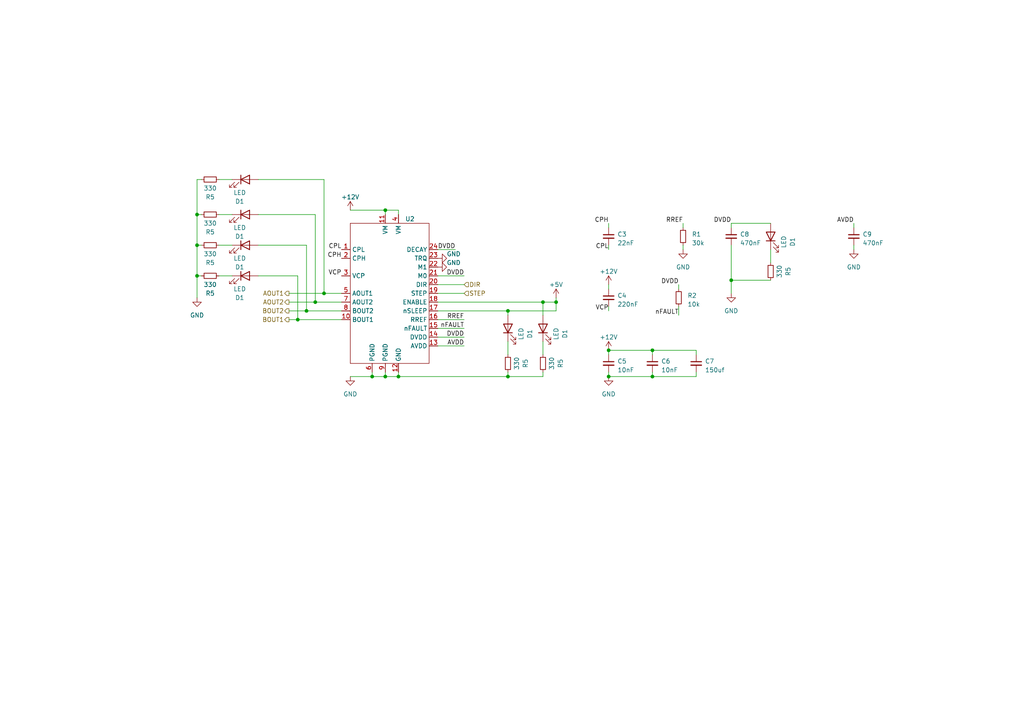
<source format=kicad_sch>
(kicad_sch (version 20230121) (generator eeschema)
  (paper "A4")
  (lib_symbols
    (symbol "Device:C_Small" (pin_numbers hide) (pin_names (offset 0.254) hide)
      (property "Reference" "C" (at 0.254 1.778 0))
      (property "Value" "C_Small" (at 0.254 -2.032 0))
      (symbol "C_Small_0_1"
        (polyline (pts (xy -1.524 -0.508) (xy 1.524 -0.508)) (stroke (width 0.3302)))
        (polyline (pts (xy -1.524 0.508) (xy 1.524 0.508)) (stroke (width 0.3048)))
      )
      (symbol "C_Small_1_1"
        (pin passive line (at 0 2.54 270) (length 2.032) (name "~") (number "1"))
        (pin passive line (at 0 -2.54 90) (length 2.032) (name "~") (number "2"))
      )
    )
    (symbol "Device:LED" (pin_numbers hide) (pin_names (offset 1.016) hide)
      (property "Reference" "D" (at 0 2.54 0))
      (property "Value" "LED" (at 0 -2.54 0))
      (symbol "LED_0_1"
        (polyline (pts (xy -1.27 -1.27) (xy -1.27 1.27)) (stroke (width 0.254)))
        (polyline (pts (xy -1.27 0) (xy 1.27 0)))
        (polyline (pts (xy 1.27 -1.27) (xy 1.27 1.27) (xy -1.27 0) (xy 1.27 -1.27)) (stroke (width 0.254)))
        (polyline (pts (xy -3.048 -0.762) (xy -4.572 -2.286) (xy -3.81 -2.286) (xy -4.572 -2.286) (xy -4.572 -1.524)))
        (polyline (pts (xy -1.778 -0.762) (xy -3.302 -2.286) (xy -2.54 -2.286) (xy -3.302 -2.286) (xy -3.302 -1.524)))
      )
      (symbol "LED_1_1"
        (pin passive line (at -3.81 0 0) (length 2.54) (name "K") (number "1"))
        (pin passive line (at 3.81 0 180) (length 2.54) (name "A") (number "2"))
      )
    )
    (symbol "Device:R_Small" (pin_numbers hide) (pin_names (offset 0.254) hide)
      (property "Reference" "R" (at 0.762 0.508 0))
      (property "Value" "R_Small" (at 0.762 -1.016 0))
      (symbol "R_Small_0_1"
        (rectangle (start -0.762 1.778) (end 0.762 -1.778) (stroke (width 0.2032)))
      )
      (symbol "R_Small_1_1"
        (pin passive line (at 0 2.54 270) (length 0.762) (name "~") (number "1"))
        (pin passive line (at 0 -2.54 90) (length 0.762) (name "~") (number "2"))
      )
    )
    (symbol "ProjLib:DRV8886AT"
      (property "Reference" "U" (at 11.43 21.59 0))
      (symbol "DRV8886AT_0_1"
        (rectangle (start -10.16 20.32) (end 12.7 -20.32))
      )
      (symbol "DRV8886AT_1_1"
        (pin passive line (at -12.7 12.7 0) (length 2.54) (name "CPL") (number "1"))
        (pin output line (at -12.7 -7.62 0) (length 2.54) (name "BOUT1") (number "10"))
        (pin power_in line (at 0 22.86 270) (length 2.54) (name "VM") (number "11"))
        (pin passive line (at 3.81 -22.86 90) (length 2.54) (name "GND") (number "12"))
        (pin output line (at 15.24 -15.24 180) (length 2.54) (name "AVDD") (number "13"))
        (pin output line (at 15.24 -12.7 180) (length 2.54) (name "DVDD") (number "14"))
        (pin output line (at 15.24 -10.16 180) (length 2.54) (name "nFAULT") (number "15"))
        (pin output line (at 15.24 -7.62 180) (length 2.54) (name "RREF") (number "16"))
        (pin input line (at 15.24 -5.08 180) (length 2.54) (name "nSLEEP") (number "17"))
        (pin input line (at 15.24 -2.54 180) (length 2.54) (name "ENABLE") (number "18"))
        (pin input line (at 15.24 0 180) (length 2.54) (name "STEP") (number "19"))
        (pin passive line (at -12.7 10.16 0) (length 2.54) (name "CPH") (number "2"))
        (pin input line (at 15.24 2.54 180) (length 2.54) (name "DIR") (number "20"))
        (pin input line (at 15.24 5.08 180) (length 2.54) (name "M0") (number "21"))
        (pin input line (at 15.24 7.62 180) (length 2.54) (name "M1") (number "22"))
        (pin input line (at 15.24 10.16 180) (length 2.54) (name "TRQ") (number "23"))
        (pin input line (at 15.24 12.7 180) (length 2.54) (name "DECAY") (number "24"))
        (pin passive line (at -12.7 5.08 0) (length 2.54) (name "VCP") (number "3"))
        (pin power_in line (at 3.81 22.86 270) (length 2.54) (name "VM") (number "4"))
        (pin output line (at -12.7 0 0) (length 2.54) (name "AOUT1") (number "5"))
        (pin passive line (at -3.81 -22.86 90) (length 2.54) (name "PGND") (number "6"))
        (pin output line (at -12.7 -2.54 0) (length 2.54) (name "AOUT2") (number "7"))
        (pin output line (at -12.7 -5.08 0) (length 2.54) (name "BOUT2") (number "8"))
        (pin passive line (at 0 -22.86 90) (length 2.54) (name "PGND") (number "9"))
      )
    )
    (symbol "power:+12V" (power) (pin_names (offset 0))
      (property "Value" "+12V" (at 0 3.556 0))
      (symbol "+12V_0_1"
        (polyline (pts (xy -0.762 1.27) (xy 0 2.54)))
        (polyline (pts (xy 0 0) (xy 0 2.54)))
        (polyline (pts (xy 0 2.54) (xy 0.762 1.27)))
      )
      (symbol "+12V_1_1"
        (pin power_in line (at 0 0 90) (length 0) hide (name "+12V") (number "1"))
      )
    )
    (symbol "power:+5V" (power) (pin_names (offset 0))
      (property "Value" "+5V" (at 0 3.556 0))
      (symbol "+5V_0_1"
        (polyline (pts (xy -0.762 1.27) (xy 0 2.54)))
        (polyline (pts (xy 0 0) (xy 0 2.54)))
        (polyline (pts (xy 0 2.54) (xy 0.762 1.27)))
      )
      (symbol "+5V_1_1"
        (pin power_in line (at 0 0 90) (length 0) hide (name "+5V") (number "1"))
      )
    )
    (symbol "power:GND" (power) (pin_names (offset 0))
      (property "Value" "GND" (at 0 -3.81 0))
      (symbol "GND_0_1"
        (polyline (pts (xy 0 0) (xy 0 -1.27) (xy 1.27 -1.27) (xy 0 -2.54) (xy -1.27 -1.27) (xy 0 -1.27)))
      )
      (symbol "GND_1_1"
        (pin power_in line (at 0 0 270) (length 0) hide (name "GND") (number "1"))
      )
    )
  )
  (junction (at 91.44 87.63))
  (junction (at 57.15 71.12))
  (junction (at 157.48 87.63))
  (junction (at 111.76 109.22))
  (junction (at 176.53 109.22))
  (junction (at 107.95 109.22))
  (junction (at 57.15 62.23))
  (junction (at 147.32 109.22))
  (junction (at 111.76 60.96))
  (junction (at 147.32 90.17))
  (junction (at 189.23 109.22))
  (junction (at 176.53 101.6))
  (junction (at 212.09 81.28))
  (junction (at 93.98 85.09))
  (junction (at 88.9 90.17))
  (junction (at 189.23 101.6))
  (junction (at 57.15 80.01))
  (junction (at 115.57 109.22))
  (junction (at 86.36 92.71))
  (junction (at 161.29 87.63))
  (wire (pts (xy 212.09 71.12) (xy 212.09 81.28)))
  (wire (pts (xy 201.93 109.22) (xy 201.93 107.95)))
  (wire (pts (xy 58.42 52.07) (xy 57.15 52.07)))
  (wire (pts (xy 67.31 80.01) (xy 63.5 80.01)))
  (wire (pts (xy 57.15 52.07) (xy 57.15 62.23)))
  (wire (pts (xy 176.53 82.55) (xy 176.53 83.82)))
  (wire (pts (xy 74.93 52.07) (xy 93.98 52.07)))
  (wire (pts (xy 147.32 90.17) (xy 161.29 90.17)))
  (wire (pts (xy 88.9 90.17) (xy 99.06 90.17)))
  (wire (pts (xy 115.57 107.95) (xy 115.57 109.22)))
  (wire (pts (xy 134.62 95.25) (xy 127 95.25)))
  (wire (pts (xy 161.29 86.36) (xy 161.29 87.63)))
  (wire (pts (xy 127 72.39) (xy 132.08 72.39)))
  (wire (pts (xy 176.53 101.6) (xy 176.53 102.87)))
  (wire (pts (xy 198.12 71.12) (xy 198.12 72.39)))
  (wire (pts (xy 111.76 60.96) (xy 115.57 60.96)))
  (wire (pts (xy 86.36 92.71) (xy 99.06 92.71)))
  (wire (pts (xy 157.48 99.06) (xy 157.48 102.87)))
  (wire (pts (xy 57.15 62.23) (xy 57.15 71.12)))
  (wire (pts (xy 83.82 90.17) (xy 88.9 90.17)))
  (wire (pts (xy 147.32 107.95) (xy 147.32 109.22)))
  (wire (pts (xy 189.23 109.22) (xy 201.93 109.22)))
  (wire (pts (xy 74.93 71.12) (xy 88.9 71.12)))
  (wire (pts (xy 57.15 80.01) (xy 57.15 86.36)))
  (wire (pts (xy 107.95 107.95) (xy 107.95 109.22)))
  (wire (pts (xy 83.82 92.71) (xy 86.36 92.71)))
  (wire (pts (xy 111.76 109.22) (xy 115.57 109.22)))
  (wire (pts (xy 67.31 71.12) (xy 63.5 71.12)))
  (wire (pts (xy 176.53 71.12) (xy 176.53 72.39)))
  (wire (pts (xy 157.48 87.63) (xy 161.29 87.63)))
  (wire (pts (xy 67.31 52.07) (xy 63.5 52.07)))
  (wire (pts (xy 57.15 71.12) (xy 57.15 80.01)))
  (wire (pts (xy 161.29 90.17) (xy 161.29 87.63)))
  (wire (pts (xy 157.48 109.22) (xy 157.48 107.95)))
  (wire (pts (xy 212.09 64.77) (xy 223.52 64.77)))
  (wire (pts (xy 247.65 71.12) (xy 247.65 72.39)))
  (wire (pts (xy 83.82 85.09) (xy 93.98 85.09)))
  (wire (pts (xy 74.93 62.23) (xy 91.44 62.23)))
  (wire (pts (xy 107.95 109.22) (xy 111.76 109.22)))
  (wire (pts (xy 93.98 85.09) (xy 99.06 85.09)))
  (wire (pts (xy 115.57 60.96) (xy 115.57 62.23)))
  (wire (pts (xy 189.23 107.95) (xy 189.23 109.22)))
  (wire (pts (xy 57.15 62.23) (xy 58.42 62.23)))
  (wire (pts (xy 176.53 88.9) (xy 176.53 90.17)))
  (wire (pts (xy 147.32 99.06) (xy 147.32 102.87)))
  (wire (pts (xy 57.15 80.01) (xy 58.42 80.01)))
  (wire (pts (xy 91.44 87.63) (xy 99.06 87.63)))
  (wire (pts (xy 176.53 64.77) (xy 176.53 66.04)))
  (wire (pts (xy 111.76 107.95) (xy 111.76 109.22)))
  (wire (pts (xy 176.53 101.6) (xy 189.23 101.6)))
  (wire (pts (xy 93.98 52.07) (xy 93.98 85.09)))
  (wire (pts (xy 147.32 90.17) (xy 147.32 91.44)))
  (wire (pts (xy 134.62 92.71) (xy 127 92.71)))
  (wire (pts (xy 157.48 87.63) (xy 157.48 91.44)))
  (wire (pts (xy 201.93 101.6) (xy 201.93 102.87)))
  (wire (pts (xy 88.9 71.12) (xy 88.9 90.17)))
  (wire (pts (xy 212.09 81.28) (xy 223.52 81.28)))
  (wire (pts (xy 134.62 85.09) (xy 127 85.09)))
  (wire (pts (xy 111.76 60.96) (xy 111.76 62.23)))
  (wire (pts (xy 247.65 64.77) (xy 247.65 66.04)))
  (wire (pts (xy 198.12 64.77) (xy 198.12 66.04)))
  (wire (pts (xy 127 97.79) (xy 134.62 97.79)))
  (wire (pts (xy 127 80.01) (xy 134.62 80.01)))
  (wire (pts (xy 101.6 60.96) (xy 111.76 60.96)))
  (wire (pts (xy 57.15 71.12) (xy 58.42 71.12)))
  (wire (pts (xy 127 90.17) (xy 147.32 90.17)))
  (wire (pts (xy 86.36 80.01) (xy 86.36 92.71)))
  (wire (pts (xy 67.31 62.23) (xy 63.5 62.23)))
  (wire (pts (xy 212.09 81.28) (xy 212.09 85.09)))
  (wire (pts (xy 212.09 64.77) (xy 212.09 66.04)))
  (wire (pts (xy 83.82 87.63) (xy 91.44 87.63)))
  (wire (pts (xy 147.32 109.22) (xy 157.48 109.22)))
  (wire (pts (xy 74.93 80.01) (xy 86.36 80.01)))
  (wire (pts (xy 176.53 107.95) (xy 176.53 109.22)))
  (wire (pts (xy 223.52 72.39) (xy 223.52 76.2)))
  (wire (pts (xy 127 87.63) (xy 157.48 87.63)))
  (wire (pts (xy 196.85 82.55) (xy 196.85 83.82)))
  (wire (pts (xy 189.23 101.6) (xy 201.93 101.6)))
  (wire (pts (xy 91.44 62.23) (xy 91.44 87.63)))
  (wire (pts (xy 115.57 109.22) (xy 147.32 109.22)))
  (wire (pts (xy 196.85 88.9) (xy 196.85 91.44)))
  (wire (pts (xy 134.62 82.55) (xy 127 82.55)))
  (wire (pts (xy 176.53 109.22) (xy 189.23 109.22)))
  (wire (pts (xy 189.23 101.6) (xy 189.23 102.87)))
  (wire (pts (xy 101.6 109.22) (xy 107.95 109.22)))
  (wire (pts (xy 134.62 100.33) (xy 127 100.33)))
  (label "DVDD" (at 134.62 97.79 180))
  (label "DVDD" (at 134.62 80.01 180))
  (label "CPL" (at 99.06 72.39 180))
  (label "RREF" (at 134.62 92.71 180))
  (label "CPL" (at 176.53 72.39 180))
  (label "DVDD" (at 196.85 82.55 180))
  (label "RREF" (at 198.12 64.77 180))
  (label "nFAULT" (at 134.62 95.25 180))
  (label "VCP" (at 176.53 90.17 180))
  (label "nFAULT" (at 196.85 91.44 180))
  (label "DVDD" (at 212.09 64.77 180))
  (label "CPH" (at 176.53 64.77 180))
  (label "CPH" (at 99.06 74.93 180))
  (label "AVDD" (at 134.62 100.33 180))
  (label "VCP" (at 99.06 80.01 180))
  (label "DVDD" (at 132.08 72.39 180))
  (label "AVDD" (at 247.65 64.77 180))
  (hierarchical_label "DIR" (shape input) (at 134.62 82.55 0))
  (hierarchical_label "AOUT1" (shape output) (at 83.82 85.09 180))
  (hierarchical_label "STEP" (shape input) (at 134.62 85.09 0))
  (hierarchical_label "BOUT2" (shape output) (at 83.82 90.17 180))
  (hierarchical_label "BOUT1" (shape output) (at 83.82 92.71 180))
  (hierarchical_label "AOUT2" (shape output) (at 83.82 87.63 180))
  (symbol (lib_id "Device:LED") (at 147.32 95.25 90) (unit 1)
    (property "Reference" "D1" (at 153.67 96.8375 0))
    (property "Value" "LED" (at 151.13 96.8375 0))
    (property "Footprint" "LED_SMD:LED_0603_1608Metric" (effects hide))
    (property "LCSC Part #" "C2286" (effects hide))
    (property "LCSC Part" "C2286" (effects hide))
    (instances (project "TurretCtl" (path "" (reference "D1") (unit 1)) (path "" (reference "D16") (unit 1)) (path "" (reference "D17") (unit 1))))
  )
  (symbol (lib_id "Device:R_Small") (at 147.32 105.41 0) (unit 1)
    (property "Reference" "R5" (at 152.4 105.41 90))
    (property "Value" "330" (at 149.86 105.41 90))
    (property "Footprint" "Resistor_SMD:R_0402_1005Metric" (effects hide))
    (property "LCSC Part #" "C25104" (effects hide))
    (property "LCSC Part" "C25104" (effects hide))
    (instances (project "TurretCtl" (path "" (reference "R5") (unit 1)) (path "" (reference "R20") (unit 1)) (path "" (reference "R21") (unit 1))))
  )
  (symbol (lib_id "Device:R_Small") (at 198.12 68.58 0) (unit 1)
    (property "Reference" "R1" (at 200.66 67.945 0) (effects (justify left)))
    (property "Value" "30k" (at 200.66 70.485 0) (effects (justify left)))
    (property "Footprint" "Resistor_SMD:R_0402_1005Metric" (effects hide))
    (property "LCSC Part #" "C25779" (effects hide))
    (property "LCSC Part" "C25779" (effects hide))
    (instances (project "TurretCtl" (path "" (reference "R1") (unit 1)) (path "" (reference "R4") (unit 1))))
  )
  (symbol (lib_id "ProjLib:DRV8886AT") (at 111.76 85.09 0) (unit 1)
    (property "Reference" "U2" (at 117.5259 63.5 0) (effects (justify left)))
    (property "Value" "~" (at 111.76 60.96 0))
    (property "Footprint" "Package_SO:HTSSOP-24-1EP_4.4x7.8mm_P0.65mm_EP3.4x7.8mm_Mask2.4x2.98mm" (effects hide))
    (instances (project "TurretCtl" (path "" (reference "U2") (unit 1)) (path "" (reference "U1") (unit 1))))
  )
  (symbol (lib_id "Device:R_Small") (at 157.48 105.41 0) (unit 1)
    (property "Reference" "R5" (at 162.56 105.41 90))
    (property "Value" "330" (at 160.02 105.41 90))
    (property "Footprint" "Resistor_SMD:R_0402_1005Metric" (effects hide))
    (property "LCSC Part #" "C25104" (effects hide))
    (property "LCSC Part" "C25104" (effects hide))
    (instances (project "TurretCtl" (path "" (reference "R5") (unit 1)) (path "" (reference "R16") (unit 1)) (path "" (reference "R17") (unit 1))))
  )
  (symbol (lib_id "Device:C_Small") (at 176.53 86.36 0) (unit 1)
    (property "Reference" "C4" (at 179.07 85.7313 0) (effects (justify left)))
    (property "Value" "220nF" (at 179.07 88.2713 0) (effects (justify left)))
    (property "Footprint" "Capacitor_SMD:C_0402_1005Metric" (effects hide))
    (property "LCSC Part #" "C16772" (effects hide))
    (property "LCSC Part" "C16772" (effects hide))
    (instances (project "TurretCtl" (path "" (reference "C4") (unit 1)) (path "" (reference "C2") (unit 1))))
  )
  (symbol (lib_id "Device:R_Small") (at 60.96 71.12 270) (unit 1)
    (property "Reference" "R5" (at 60.96 76.2 90))
    (property "Value" "330" (at 60.96 73.66 90))
    (property "Footprint" "Resistor_SMD:R_0402_1005Metric" (effects hide))
    (property "LCSC Part #" "C25104" (effects hide))
    (property "LCSC Part" "C25104" (effects hide))
    (instances (project "TurretCtl" (path "" (reference "R5") (unit 1)) (path "" (reference "R8") (unit 1)) (path "" (reference "R9") (unit 1))))
  )
  (symbol (lib_id "power:GND") (at 57.15 86.36 0) (unit 1)
    (property "Reference" "#PWR032" (effects hide))
    (property "Value" "GND" (at 57.15 91.44 0))
    (instances (project "TurretCtl" (path "" (reference "#PWR032") (unit 1)) (path "" (reference "#PWR033") (unit 1))))
  )
  (symbol (lib_id "Device:LED") (at 71.12 71.12 0) (unit 1)
    (property "Reference" "D1" (at 69.5325 77.47 0))
    (property "Value" "LED" (at 69.5325 74.93 0))
    (property "Footprint" "LED_SMD:LED_0603_1608Metric" (effects hide))
    (property "LCSC Part #" "C2286" (effects hide))
    (property "LCSC Part" "C2286" (effects hide))
    (instances (project "TurretCtl" (path "" (reference "D1") (unit 1)) (path "" (reference "D4") (unit 1)) (path "" (reference "D5") (unit 1))))
  )
  (symbol (lib_id "power:+5V") (at 161.29 86.36 0) (unit 1)
    (property "Reference" "#PWR030" (effects hide))
    (property "Value" "+5V" (at 161.29 82.55 0))
    (instances (project "TurretCtl" (path "" (reference "#PWR030") (unit 1)) (path "" (reference "#PWR031") (unit 1))))
  )
  (symbol (lib_id "power:GND") (at 212.09 85.09 0) (unit 1)
    (property "Reference" "#PWR012" (effects hide))
    (property "Value" "GND" (at 212.09 90.17 0))
    (instances (project "TurretCtl" (path "" (reference "#PWR012") (unit 1)) (path "" (reference "#PWR019") (unit 1))))
  )
  (symbol (lib_id "Device:LED") (at 71.12 80.01 0) (unit 1)
    (property "Reference" "D1" (at 69.5325 86.36 0))
    (property "Value" "LED" (at 69.5325 83.82 0))
    (property "Footprint" "LED_SMD:LED_0603_1608Metric" (effects hide))
    (property "LCSC Part #" "C2286" (effects hide))
    (property "LCSC Part" "C2286" (effects hide))
    (instances (project "TurretCtl" (path "" (reference "D1") (unit 1)) (path "" (reference "D2") (unit 1)) (path "" (reference "D3") (unit 1))))
  )
  (symbol (lib_id "Device:R_Small") (at 223.52 78.74 0) (unit 1)
    (property "Reference" "R5" (at 228.6 78.74 90))
    (property "Value" "330" (at 226.06 78.74 90))
    (property "Footprint" "Resistor_SMD:R_0402_1005Metric" (effects hide))
    (property "LCSC Part #" "C25104" (effects hide))
    (property "LCSC Part" "C25104" (effects hide))
    (instances (project "TurretCtl" (path "" (reference "R5") (unit 1)) (path "" (reference "R14") (unit 1)) (path "" (reference "R15") (unit 1))))
  )
  (symbol (lib_id "power:GND") (at 127 77.47 90) (unit 1)
    (property "Reference" "#PWR010" (effects hide))
    (property "Value" "GND" (at 129.54 76.2 90) (effects (justify right)))
    (instances (project "TurretCtl" (path "" (reference "#PWR010") (unit 1)) (path "" (reference "#PWR014") (unit 1))))
  )
  (symbol (lib_id "Device:R_Small") (at 60.96 52.07 270) (unit 1)
    (property "Reference" "R5" (at 60.96 57.15 90))
    (property "Value" "330" (at 60.96 54.61 90))
    (property "Footprint" "Resistor_SMD:R_0402_1005Metric" (effects hide))
    (property "LCSC Part #" "C25104" (effects hide))
    (property "LCSC Part" "C25104" (effects hide))
    (instances (project "TurretCtl" (path "" (reference "R5") (unit 1)) (path "" (reference "R12") (unit 1)) (path "" (reference "R13") (unit 1))))
  )
  (symbol (lib_id "power:GND") (at 101.6 109.22 0) (unit 1)
    (property "Reference" "#PWR05" (effects hide))
    (property "Value" "GND" (at 101.6 114.3 0))
    (instances (project "TurretCtl" (path "" (reference "#PWR05") (unit 1)) (path "" (reference "#PWR02") (unit 1))))
  )
  (symbol (lib_id "power:GND") (at 127 74.93 90) (unit 1)
    (property "Reference" "#PWR09" (effects hide))
    (property "Value" "GND" (at 129.54 73.66 90) (effects (justify right)))
    (instances (project "TurretCtl" (path "" (reference "#PWR09") (unit 1)) (path "" (reference "#PWR03") (unit 1))))
  )
  (symbol (lib_id "power:GND") (at 247.65 72.39 0) (unit 1)
    (property "Reference" "#PWR013" (effects hide))
    (property "Value" "GND" (at 247.65 77.47 0))
    (instances (project "TurretCtl" (path "" (reference "#PWR013") (unit 1)) (path "" (reference "#PWR020") (unit 1))))
  )
  (symbol (lib_id "Device:C_Small") (at 247.65 68.58 0) (unit 1)
    (property "Reference" "C9" (at 250.19 67.9513 0) (effects (justify left)))
    (property "Value" "470nF" (at 250.19 70.4913 0) (effects (justify left)))
    (property "Footprint" "Capacitor_SMD:C_0402_1005Metric" (effects hide))
    (property "LCSC Part #" "C437526" (effects hide))
    (property "LCSC Part" "C437526" (effects hide))
    (instances (project "TurretCtl" (path "" (reference "C9") (unit 1)) (path "" (reference "C14") (unit 1))))
  )
  (symbol (lib_id "power:+12V") (at 101.6 60.96 0) (unit 1)
    (property "Reference" "#PWR04" (effects hide))
    (property "Value" "+12V" (at 101.6 57.15 0))
    (instances (project "TurretCtl" (path "" (reference "#PWR04") (unit 1)) (path "" (reference "#PWR01") (unit 1))))
  )
  (symbol (lib_id "Device:LED") (at 71.12 52.07 0) (unit 1)
    (property "Reference" "D1" (at 69.5325 58.42 0))
    (property "Value" "LED" (at 69.5325 55.88 0))
    (property "Footprint" "LED_SMD:LED_0603_1608Metric" (effects hide))
    (property "LCSC Part #" "C2286" (effects hide))
    (property "LCSC Part" "C2286" (effects hide))
    (instances (project "TurretCtl" (path "" (reference "D1") (unit 1)) (path "" (reference "D8") (unit 1)) (path "" (reference "D9") (unit 1))))
  )
  (symbol (lib_id "Device:LED") (at 223.52 68.58 90) (unit 1)
    (property "Reference" "D1" (at 229.87 70.1675 0))
    (property "Value" "LED" (at 227.33 70.1675 0))
    (property "Footprint" "LED_SMD:LED_0603_1608Metric" (effects hide))
    (property "LCSC Part #" "C2286" (effects hide))
    (property "LCSC Part" "C2286" (effects hide))
    (instances (project "TurretCtl" (path "" (reference "D1") (unit 1)) (path "" (reference "D10") (unit 1)) (path "" (reference "D11") (unit 1))))
  )
  (symbol (lib_id "Device:LED") (at 157.48 95.25 90) (unit 1)
    (property "Reference" "D1" (at 163.83 96.8375 0))
    (property "Value" "LED" (at 161.29 96.8375 0))
    (property "Footprint" "LED_SMD:LED_0603_1608Metric" (effects hide))
    (property "LCSC Part #" "C2286" (effects hide))
    (property "LCSC Part" "C2286" (effects hide))
    (instances (project "TurretCtl" (path "" (reference "D1") (unit 1)) (path "" (reference "D12") (unit 1)) (path "" (reference "D13") (unit 1))))
  )
  (symbol (lib_id "Device:C_Small") (at 176.53 68.58 0) (unit 1)
    (property "Reference" "C3" (at 179.07 67.9513 0) (effects (justify left)))
    (property "Value" "22nF" (at 179.07 70.4913 0) (effects (justify left)))
    (property "Footprint" "Capacitor_SMD:C_0402_1005Metric" (effects hide))
    (property "LCSC Part #" "C1532" (effects hide))
    (property "LCSC Part" "C1532" (effects hide))
    (instances (project "TurretCtl" (path "" (reference "C3") (unit 1)) (path "" (reference "C1") (unit 1))))
  )
  (symbol (lib_id "Device:R_Small") (at 60.96 80.01 270) (unit 1)
    (property "Reference" "R5" (at 60.96 85.09 90))
    (property "Value" "330" (at 60.96 82.55 90))
    (property "Footprint" "Resistor_SMD:R_0402_1005Metric" (effects hide))
    (property "LCSC Part #" "C25104" (effects hide))
    (property "LCSC Part" "C25104" (effects hide))
    (instances (project "TurretCtl" (path "" (reference "R5") (unit 1)) (path "" (reference "R6") (unit 1)) (path "" (reference "R7") (unit 1))))
  )
  (symbol (lib_id "power:GND") (at 176.53 109.22 0) (unit 1)
    (property "Reference" "#PWR08" (effects hide))
    (property "Value" "GND" (at 176.53 114.3 0))
    (instances (project "TurretCtl" (path "" (reference "#PWR08") (unit 1)) (path "" (reference "#PWR017") (unit 1))))
  )
  (symbol (lib_id "power:GND") (at 198.12 72.39 0) (unit 1)
    (property "Reference" "#PWR011" (effects hide))
    (property "Value" "GND" (at 198.12 77.47 0))
    (instances (project "TurretCtl" (path "" (reference "#PWR011") (unit 1)) (path "" (reference "#PWR018") (unit 1))))
  )
  (symbol (lib_id "Device:C_Small") (at 189.23 105.41 0) (unit 1)
    (property "Reference" "C6" (at 191.77 104.7813 0) (effects (justify left)))
    (property "Value" "10nF" (at 191.77 107.3213 0) (effects (justify left)))
    (property "Footprint" "Capacitor_SMD:C_0402_1005Metric" (effects hide))
    (property "LCSC Part #" "C15195" (effects hide))
    (property "LCSC Part" "C15195" (effects hide))
    (instances (project "TurretCtl" (path "" (reference "C6") (unit 1)) (path "" (reference "C11") (unit 1))))
  )
  (symbol (lib_id "Device:LED") (at 71.12 62.23 0) (unit 1)
    (property "Reference" "D1" (at 69.5325 68.58 0))
    (property "Value" "LED" (at 69.5325 66.04 0))
    (property "Footprint" "LED_SMD:LED_0603_1608Metric" (effects hide))
    (property "LCSC Part #" "C2286" (effects hide))
    (property "LCSC Part" "C2286" (effects hide))
    (instances (project "TurretCtl" (path "" (reference "D1") (unit 1)) (path "" (reference "D6") (unit 1)) (path "" (reference "D7") (unit 1))))
  )
  (symbol (lib_id "Device:R_Small") (at 196.85 86.36 0) (unit 1)
    (property "Reference" "R2" (at 199.39 85.725 0) (effects (justify left)))
    (property "Value" "10k" (at 199.39 88.265 0) (effects (justify left)))
    (property "Footprint" "Resistor_SMD:R_0402_1005Metric" (effects hide))
    (property "LCSC Part #" "C25744" (effects hide))
    (property "LCSC Part" "C25744" (effects hide))
    (instances (project "TurretCtl" (path "" (reference "R2") (unit 1)) (path "" (reference "R3") (unit 1))))
  )
  (symbol (lib_id "power:+12V") (at 176.53 82.55 0) (unit 1)
    (property "Reference" "#PWR06" (effects hide))
    (property "Value" "+12V" (at 176.53 78.74 0))
    (instances (project "TurretCtl" (path "" (reference "#PWR06") (unit 1)) (path "" (reference "#PWR015") (unit 1))))
  )
  (symbol (lib_id "power:+12V") (at 176.53 101.6 0) (unit 1)
    (property "Reference" "#PWR07" (effects hide))
    (property "Value" "+12V" (at 176.53 97.79 0))
    (instances (project "TurretCtl" (path "" (reference "#PWR07") (unit 1)) (path "" (reference "#PWR016") (unit 1))))
  )
  (symbol (lib_id "Device:C_Small") (at 176.53 105.41 0) (unit 1)
    (property "Reference" "C5" (at 179.07 104.7813 0) (effects (justify left)))
    (property "Value" "10nF" (at 179.07 107.3213 0) (effects (justify left)))
    (property "Footprint" "Capacitor_SMD:C_0402_1005Metric" (effects hide))
    (property "LCSC Part #" "C15195" (effects hide))
    (property "LCSC Part" "C15195" (effects hide))
    (instances (project "TurretCtl" (path "" (reference "C5") (unit 1)) (path "" (reference "C10") (unit 1))))
  )
  (symbol (lib_id "Device:C_Small") (at 212.09 68.58 0) (unit 1)
    (property "Reference" "C8" (at 214.63 67.9513 0) (effects (justify left)))
    (property "Value" "470nF" (at 214.63 70.4913 0) (effects (justify left)))
    (property "Footprint" "Capacitor_SMD:C_0402_1005Metric" (effects hide))
    (property "LCSC Part #" "C437526" (effects hide))
    (property "LCSC Part" "C437526" (effects hide))
    (instances (project "TurretCtl" (path "" (reference "C8") (unit 1)) (path "" (reference "C13") (unit 1))))
  )
  (symbol (lib_id "Device:C_Small") (at 201.93 105.41 0) (unit 1)
    (property "Reference" "C7" (at 204.47 104.7813 0) (effects (justify left)))
    (property "Value" "150uf" (at 204.47 107.3213 0) (effects (justify left)))
    (property "Footprint" "Capacitor_THT:C_Radial_D10.0mm_H12.5mm_P5.00mm" (effects hide))
    (property "LCSC Part #" "C432404" (effects hide))
    (property "LCSC Part" "C432404" (effects hide))
    (instances (project "TurretCtl" (path "" (reference "C7") (unit 1)) (path "" (reference "C12") (unit 1))))
  )
  (symbol (lib_id "Device:R_Small") (at 60.96 62.23 270) (unit 1)
    (property "Reference" "R5" (at 60.96 67.31 90))
    (property "Value" "330" (at 60.96 64.77 90))
    (property "Footprint" "Resistor_SMD:R_0402_1005Metric" (effects hide))
    (property "LCSC Part #" "C25104" (effects hide))
    (property "LCSC Part" "C25104" (effects hide))
    (instances (project "TurretCtl" (path "" (reference "R5") (unit 1)) (path "" (reference "R10") (unit 1)) (path "" (reference "R11") (unit 1))))
  )
)
</source>
